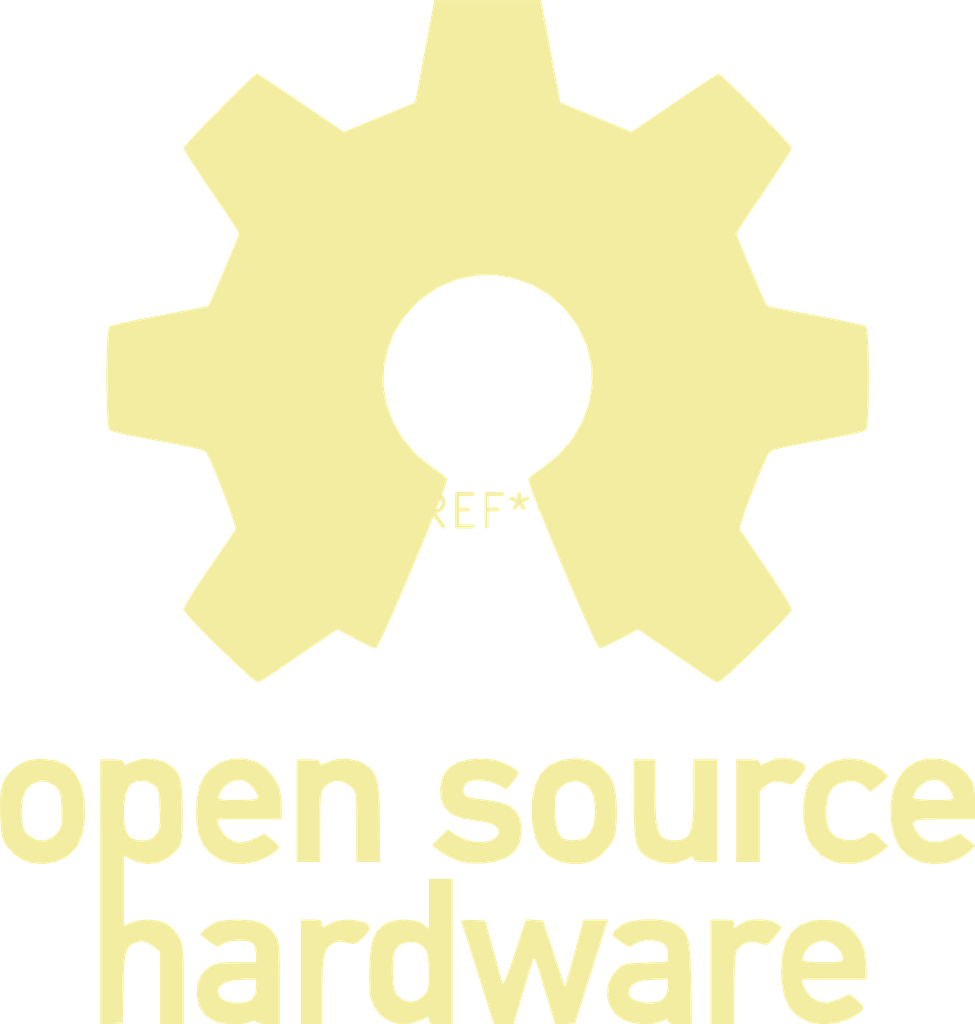
<source format=kicad_pcb>
(kicad_pcb (version 20240108) (generator pcbnew)
  (layers (0 "F.Cu" signal) (31 "B.Cu" signal) (34 "B.Paste" user) (35 "F.Paste" user) (36 "B.SilkS" user "B.Silkscreen") (37 "F.SilkS" user "F.Silkscreen") (38 "B.Mask" user) (39 "F.Mask" user) (44 "Edge.Cuts" user))
  (net 0 "")
  (footprint "OSHW-Logo_38.1x40mm_SilkScreen" (layer "F.Cu") (at 0 0)
    (property "Reference" "REF**")
    (property "Value" "OSHW-Logo_38.1x40mm_SilkScreen")
    (fp_poly (pts (xy 11.917738 9.656462) (xy 12.204184 9.743978) (xy 12.388612 9.85456) (xy 12.448689 9.942007) (xy 12.432152 10.045667) (xy 12.324854 10.208517) (xy 12.234127 10.323853) (xy 12.047093 10.532364) (xy 11.906574 10.62009) (xy 11.786787 10.614364) (xy 11.431441 10.523933) (xy 11.170468 10.52804) (xy 10.958547 10.630522) (xy 10.887401 10.690504) (xy 10.659673 10.901555) (xy 10.659673 13.657705) (xy 9.743607 13.657705) (xy 9.743607 9.660328) (xy 10.20164 9.660328) (xy 10.476637 9.671203) (xy 10.618516 9.709817) (xy 10.659655 9.785151) (xy 10.659673 9.787384) (xy 10.679101 9.866292) (xy 10.766957 9.856) (xy 10.888689 9.799072) (xy 11.140109 9.693138) (xy 11.344268 9.629405) (xy 11.606961 9.613066) (xy 11.917738 9.656462)) (layer "F.SilkS") (stroke (width 0.01)) (fill solid))
    (fp_poly (pts (xy 10.830214 15.904919) (xy 11.150364 15.968034) (xy 11.332625 16.061485) (xy 11.524358 16.21674) (xy 11.251575 16.561157) (xy 11.083389 16.769733) (xy 10.969185 16.871491) (xy 10.855688 16.887037) (xy 10.689622 16.836976) (xy 10.611667 16.808654) (xy 10.293852 16.766866) (xy 10.002799 16.85644) (xy 9.789121 17.058798) (xy 9.75441 17.123317) (xy 9.716607 17.29423) (xy 9.687432 17.609212) (xy 9.668253 18.045937) (xy 9.660438 18.582075) (xy 9.660328 18.658344) (xy 9.660328 19.986885) (xy 8.744263 19.986885) (xy 8.744263 15.906229) (xy 9.202296 15.906229) (xy 9.466399 15.913125) (xy 9.603984 15.943814) (xy 9.654861 16.013296) (xy 9.660328 16.078831) (xy 9.660328 16.251433) (xy 9.879756 16.078831) (xy 10.13136 15.961076) (xy 10.469362 15.902852) (xy 10.830214 15.904919)) (layer "F.SilkS") (stroke (width 0.01)) (fill solid))
    (fp_poly (pts (xy -6.57895 15.915079) (xy -6.454325 15.952436) (xy -6.414149 16.03451) (xy -6.412459 16.071563) (xy -6.405249 16.174766) (xy -6.355599 16.190968) (xy -6.221474 16.120215) (xy -6.141803 16.071874) (xy -5.890453 15.96835) (xy -5.590246 15.917162) (xy -5.275474 15.913226) (xy -4.980428 15.951458) (xy -4.739399 16.026773) (xy -4.58668 16.134087) (xy -4.556562 16.268315) (xy -4.571762 16.304665) (xy -4.682563 16.455554) (xy -4.854379 16.641136) (xy -4.885456 16.671135) (xy -5.049224 16.80908) (xy -5.190525 16.85365) (xy -5.388135 16.822544) (xy -5.467303 16.801875) (xy -5.713656 16.752231) (xy -5.886871 16.774555) (xy -6.033151 16.853292) (xy -6.167147 16.958958) (xy -6.265835 17.091847) (xy -6.334418 17.277303) (xy -6.378095 17.540667) (xy -6.402067 17.907282) (xy -6.411537 18.402491) (xy -6.412459 18.701487) (xy -6.412459 19.986885) (xy -7.245245 19.986885) (xy -7.245245 15.906229) (xy -6.828852 15.906229) (xy -6.57895 15.915079)) (layer "F.SilkS") (stroke (width 0.01)) (fill solid))
    (fp_poly (pts (xy 6.579017 10.956622) (xy 6.586888 11.567396) (xy 6.615646 12.031319) (xy 6.673009 12.367572) (xy 6.766696 12.595341) (xy 6.904423 12.73381) (xy 7.093909 12.80216) (xy 7.328525 12.819621) (xy 7.574247 12.800056) (xy 7.760889 12.728574) (xy 7.896168 12.58599) (xy 7.987803 12.353121) (xy 8.04351 12.010782) (xy 8.071009 11.539791) (xy 8.078033 10.956622) (xy 8.078033 9.660328) (xy 8.994099 9.660328) (xy 8.994099 13.657705) (xy 8.536066 13.657705) (xy 8.259942 13.646516) (xy 8.117757 13.607222) (xy 8.078033 13.532625) (xy 8.054109 13.466187) (xy 7.958894 13.480242) (xy 7.766971 13.574264) (xy 7.327097 13.719308) (xy 6.860548 13.709032) (xy 6.41351 13.551531) (xy 6.200627 13.427116) (xy 6.038245 13.292407) (xy 5.919616 13.123856) (xy 5.837992 12.897913) (xy 5.786624 12.591029) (xy 5.758762 12.179653) (xy 5.747659 11.640236) (xy 5.74623 11.223102) (xy 5.74623 9.660328) (xy 6.579017 9.660328) (xy 6.579017 10.956622)) (layer "F.SilkS") (stroke (width 0.01)) (fill solid))
    (fp_poly (pts (xy -4.993784 9.729125) (xy -4.78652 9.828124) (xy -4.585788 9.971122) (xy -4.432864 10.135705) (xy -4.321476 10.345622) (xy -4.245354 10.624625) (xy -4.198229 10.996466) (xy -4.17383 11.484895) (xy -4.165887 12.113665) (xy -4.165763 12.179508) (xy -4.163934 13.657705) (xy -5.08 13.657705) (xy -5.08 12.294962) (xy -5.080652 11.7901) (xy -5.085162 11.424186) (xy -5.097362 11.169613) (xy -5.121082 10.998771) (xy -5.160152 10.884052) (xy -5.218405 10.797848) (xy -5.299552 10.712667) (xy -5.583462 10.529648) (xy -5.893387 10.495686) (xy -6.188645 10.611402) (xy -6.291326 10.697526) (xy -6.366706 10.778498) (xy -6.420826 10.865214) (xy -6.457206 10.984925) (xy -6.479367 11.164882) (xy -6.490828 11.432336) (xy -6.495111 11.814539) (xy -6.495737 12.279821) (xy -6.495737 13.657705) (xy -7.411803 13.657705) (xy -7.411803 9.660328) (xy -6.95377 9.660328) (xy -6.678772 9.671203) (xy -6.536894 9.709817) (xy -6.495755 9.785151) (xy -6.495737 9.787384) (xy -6.47665 9.861162) (xy -6.392465 9.852789) (xy -6.225081 9.771722) (xy -5.845454 9.652447) (xy -5.411197 9.639182) (xy -4.993784 9.729125)) (layer "F.SilkS") (stroke (width 0.01)) (fill solid))
    (fp_poly (pts (xy 14.684577 9.695204) (xy 15.167087 9.90018) (xy 15.319062 9.999961) (xy 15.513296 10.153301) (xy 15.635225 10.273871) (xy 15.656394 10.313142) (xy 15.596616 10.400284) (xy 15.443638 10.548153) (xy 15.321165 10.651358) (xy 14.985935 10.920755) (xy 14.721228 10.698019) (xy 14.516672 10.554226) (xy 14.317221 10.504591) (xy 14.08895 10.516713) (xy 13.726468 10.606836) (xy 13.476951 10.793898) (xy 13.325316 11.096307) (xy 13.25648 11.532472) (xy 13.256463 11.532745) (xy 13.262416 12.020248) (xy 13.354934 12.377932) (xy 13.539485 12.621459) (xy 13.6653 12.703927) (xy 13.999435 12.806621) (xy 14.356325 12.806683) (xy 14.666831 12.707043) (xy 14.740328 12.65836) (xy 14.92466 12.534007) (xy 15.068775 12.513626) (xy 15.224205 12.606183) (xy 15.396036 12.772423) (xy 15.668023 13.053042) (xy 15.366047 13.301956) (xy 14.89948 13.582886) (xy 14.373346 13.721331) (xy 13.82352 13.711306) (xy 13.462433 13.619509) (xy 13.040389 13.392498) (xy 12.702853 13.03537) (xy 12.549506 12.783278) (xy 12.425308 12.421582) (xy 12.363163 11.96349) (xy 12.362684 11.467019) (xy 12.423486 10.990185) (xy 12.545184 10.591005) (xy 12.564352 10.550078) (xy 12.848205 10.148682) (xy 13.232519 9.856433) (xy 13.686929 9.679395) (xy 14.18107 9.62363) (xy 14.684577 9.695204)) (layer "F.SilkS") (stroke (width 0.01)) (fill solid))
    (fp_poly (pts (xy 4.045043 9.70961) (xy 4.466272 9.939009) (xy 4.795831 10.301147) (xy 4.951108 10.595675) (xy 5.017772 10.855814) (xy 5.060967 11.226665) (xy 5.079479 11.653878) (xy 5.07209 12.0831) (xy 5.037588 12.459981) (xy 4.997287 12.661273) (xy 4.861335 12.936645) (xy 4.625885 13.229132) (xy 4.342131 13.484903) (xy 4.061265 13.650125) (xy 4.054415 13.652746) (xy 3.705891 13.724943) (xy 3.292854 13.72673) (xy 2.900349 13.661002) (xy 2.748792 13.608322) (xy 2.358442 13.386967) (xy 2.078877 13.096955) (xy 1.895199 12.713005) (xy 1.792509 12.209839) (xy 1.769275 11.946283) (xy 1.772239 11.615106) (xy 2.664919 11.615106) (xy 2.694989 12.098353) (xy 2.781545 12.466606) (xy 2.919103 12.701897) (xy 3.017101 12.76918) (xy 3.268186 12.8161) (xy 3.566637 12.802208) (xy 3.824667 12.73469) (xy 3.892332 12.697544) (xy 4.070857 12.481198) (xy 4.18869 12.150101) (xy 4.238848 11.747162) (xy 4.214348 11.315292) (xy 4.159593 11.055379) (xy 4.002383 10.754381) (xy 3.754209 10.566227) (xy 3.455323 10.501173) (xy 3.145974 10.569476) (xy 2.908349 10.736545) (xy 2.78347 10.874386) (xy 2.710586 11.010252) (xy 2.675846 11.194128) (xy 2.665399 11.475998) (xy 2.664919 11.615106) (xy 1.772239 11.615106) (xy 1.77557 11.242989) (xy 1.890112 10.666268) (xy 2.112914 10.216098) (xy 2.443987 9.89246) (xy 2.883341 9.695331) (xy 2.977684 9.672472) (xy 3.544672 9.618811) (xy 4.045043 9.70961)) (layer "F.SilkS") (stroke (width 0.01)) (fill solid))
    (fp_poly (pts (xy 1.864521 15.923144) (xy 2.193885 15.947869) (xy 2.624497 17.238688) (xy 3.05511 18.529508) (xy 3.190129 18.071475) (xy 3.271382 17.788407) (xy 3.378267 17.405872) (xy 3.493684 16.985385) (xy 3.554711 16.759836) (xy 3.784273 15.906229) (xy 4.731374 15.906229) (xy 4.448278 16.801475) (xy 4.308866 17.241806) (xy 4.140446 17.772942) (xy 3.964562 18.326983) (xy 3.807544 18.820983) (xy 3.449905 19.945246) (xy 2.677623 19.995492) (xy 2.468236 19.304139) (xy 2.339106 18.874669) (xy 2.198185 18.401207) (xy 2.075022 17.983051) (xy 2.070162 17.96641) (xy 1.978171 17.683073) (xy 1.897007 17.489747) (xy 1.84016 17.416642) (xy 1.828478 17.425098) (xy 1.787476 17.538434) (xy 1.709571 17.781209) (xy 1.604245 18.122895) (xy 1.480982 18.532964) (xy 1.414287 18.758524) (xy 1.053093 19.986885) (xy 0.286534 19.986885) (xy -0.326266 18.050655) (xy -0.498418 17.507518) (xy -0.655239 17.014275) (xy -0.789322 16.594096) (xy -0.893261 16.270152) (xy -0.959651 16.065616) (xy -0.979831 16.005855) (xy -0.963856 15.944667) (xy -0.838415 15.917869) (xy -0.577369 15.920549) (xy -0.536506 15.922576) (xy -0.052416 15.947869) (xy 0.264634 17.11377) (xy 0.38117 17.538972) (xy 0.485311 17.912754) (xy 0.567889 18.202661) (xy 0.619733 18.376239) (xy 0.629312 18.404538) (xy 0.669009 18.371996) (xy 0.749061 18.203393) (xy 0.860276 17.921683) (xy 0.993462 17.549821) (xy 1.106049 17.213911) (xy 1.535156 15.898418) (xy 1.864521 15.923144)) (layer "F.SilkS") (stroke (width 0.01)) (fill solid))
    (fp_poly (pts (xy -16.810779 9.703603) (xy -16.375105 9.896215) (xy -16.044367 10.217838) (xy -15.818085 10.668963) (xy -15.695776 11.250083) (xy -15.687009 11.340815) (xy -15.680139 11.980512) (xy -15.769203 12.541228) (xy -15.948781 12.995693) (xy -16.044942 13.141882) (xy -16.37989 13.451285) (xy -16.806463 13.651675) (xy -17.283692 13.734835) (xy -17.770605 13.692544) (xy -18.14074 13.56229) (xy -18.459041 13.342786) (xy -18.719191 13.054992) (xy -18.723691 13.048259) (xy -18.82934 12.870628) (xy -18.897998 12.69201) (xy -18.939575 12.466588) (xy -18.963982 12.148545) (xy -18.974734 11.887736) (xy -18.97921 11.651222) (xy -18.146588 11.651222) (xy -18.13845 11.88667) (xy -18.10891 12.200097) (xy -18.056795 12.401241) (xy -17.962813 12.544346) (xy -17.874793 12.627941) (xy -17.562753 12.802967) (xy -17.236261 12.826358) (xy -16.932192 12.700424) (xy -16.78016 12.559306) (xy -16.670605 12.417099) (xy -16.606525 12.281024) (xy -16.5784 12.103933) (xy -16.576715 11.838677) (xy -16.585382 11.594389) (xy -16.604022 11.245419) (xy -16.633575 11.019076) (xy -16.68684 10.871441) (xy -16.776618 10.758595) (xy -16.84776 10.694099) (xy -17.145341 10.524679) (xy -17.466374 10.516234) (xy -17.735559 10.616584) (xy -17.965199 10.826149) (xy -18.102008 11.170396) (xy -18.146588 11.651222) (xy -18.97921 11.651222) (xy -18.984551 11.369095) (xy -18.967785 10.98122) (xy -18.917543 10.68949) (xy -18.826936 10.459281) (xy -18.689072 10.255972) (xy -18.637956 10.195604) (xy -18.31835 9.894823) (xy -17.975537 9.719132) (xy -17.556302 9.645524) (xy -17.351871 9.639508) (xy -16.810779 9.703603)) (layer "F.SilkS") (stroke (width 0.01)) (fill solid))
    (fp_poly (pts (xy -1.332459 19.986885) (xy -1.790491 19.986885) (xy -2.056349 19.979091) (xy -2.19481 19.946813) (xy -2.244663 19.876707) (xy -2.248524 19.829305) (xy -2.256931 19.734246) (xy -2.309948 19.716016) (xy -2.449266 19.774615) (xy -2.557608 19.829305) (xy -2.973554 19.958902) (xy -3.425706 19.966401) (xy -3.793309 19.869746) (xy -4.135625 19.636235) (xy -4.396567 19.291562) (xy -4.539454 18.885012) (xy -4.543092 18.862282) (xy -4.564322 18.614272) (xy -4.574879 18.258234) (xy -4.57403 17.988959) (xy -3.664344 17.988959) (xy -3.643269 18.346856) (xy -3.595331 18.641847) (xy -3.530433 18.808433) (xy -3.284912 19.036081) (xy -2.993401 19.11769) (xy -2.692785 19.051696) (xy -2.435901 18.854843) (xy -2.338615 18.722448) (xy -2.281731 18.564462) (xy -2.255087 18.333852) (xy -2.248524 17.987471) (xy -2.26027 17.644457) (xy -2.291294 17.34308) (xy -2.335276 17.141395) (xy -2.342606 17.123317) (xy -2.519975 16.90839) (xy -2.778855 16.79039) (xy -3.068514 16.771337) (xy -3.338217 16.853251) (xy -3.537234 17.038152) (xy -3.557879 17.074945) (xy -3.622499 17.299291) (xy -3.657704 17.621867) (xy -3.664344 17.988959) (xy -4.57403 17.988959) (xy -4.573599 17.852424) (xy -4.567611 17.63402) (xy -4.526883 17.093711) (xy -4.442233 16.688047) (xy -4.301412 16.388153) (xy -4.092175 16.165157) (xy -3.889042 16.034254) (xy -3.605232 15.942233) (xy -3.252241 15.910672) (xy -2.890785 15.936379) (xy -2.581574 16.016161) (xy -2.418202 16.111602) (xy -2.248524 16.265158) (xy -2.248524 14.323934) (xy -1.332459 14.323934) (xy -1.332459 19.986885)) (layer "F.SilkS") (stroke (width 0.01)) (fill solid))
    (fp_poly (pts (xy 17.735584 9.646038) (xy 17.948829 9.697843) (xy 18.357661 9.887543) (xy 18.707251 10.177266) (xy 18.949194 10.524639) (xy 18.982434 10.602634) (xy 19.028032 10.80693) (xy 19.05995 11.109146) (xy 19.07082 11.414601) (xy 19.07082 11.992131) (xy 17.863279 11.992131) (xy 17.365238 11.994014) (xy 17.014379 12.005445) (xy 16.791331 12.035099) (xy 16.676721 12.091653) (xy 16.651177 12.183779) (xy 16.695325 12.320154) (xy 16.774411 12.479726) (xy 16.995018 12.746034) (xy 17.301584 12.878709) (xy 17.676283 12.874388) (xy 18.100726 12.729981) (xy 18.467547 12.551766) (xy 18.771925 12.79244) (xy 19.076302 13.033115) (xy 18.789949 13.297685) (xy 18.407657 13.547663) (xy 17.937507 13.698378) (xy 17.431797 13.740555) (xy 16.942826 13.66492) (xy 16.863935 13.639256) (xy 16.43418 13.414827) (xy 16.114501 13.080236) (xy 15.898161 12.625495) (xy 15.778421 12.040615) (xy 15.777026 12.02808) (xy 15.766305 11.390664) (xy 15.809646 11.163263) (xy 16.655738 11.163263) (xy 16.733444 11.198231) (xy 16.944411 11.225016) (xy 17.255414 11.240309) (xy 17.452498 11.242623) (xy 17.820027 11.241175) (xy 18.049829 11.231966) (xy 18.170732 11.207695) (xy 18.211567 11.16106) (xy 18.201162 11.084763) (xy 18.192434 11.055246) (xy 18.043449 10.777888) (xy 17.809132 10.554358) (xy 17.602347 10.456132) (xy 17.327632 10.462063) (xy 17.049259 10.584556) (xy 16.815749 10.787365) (xy 16.675621 11.034244) (xy 16.655738 11.163263) (xy 15.809646 11.163263) (xy 15.873158 10.83004) (xy 16.085145 10.359559) (xy 16.389822 9.992568) (xy 16.774749 9.742418) (xy 17.227484 9.622458) (xy 17.735584 9.646038)) (layer "F.SilkS") (stroke (width 0.01)) (fill solid))
    (fp_poly (pts (xy 0.092836 9.646006) (xy 0.4082 9.705814) (xy 0.735371 9.830904) (xy 0.770328 9.846852) (xy 1.018435 9.977312) (xy 1.190259 10.098547) (xy 1.245796 10.176212) (xy 1.192907 10.302873) (xy 1.06444 10.489761) (xy 1.007417 10.559524) (xy 0.772422 10.834131) (xy 0.469465 10.655382) (xy 0.18114 10.536303) (xy -0.151999 10.472652) (xy -0.471476 10.468632) (xy -0.718811 10.528441) (xy -0.778167 10.565771) (xy -0.891204 10.736932) (xy -0.904941 10.934097) (xy -0.820359 11.088124) (xy -0.770327 11.117996) (xy -0.620407 11.155093) (xy -0.356878 11.198695) (xy -0.032017 11.240359) (xy 0.027913 11.246893) (xy 0.54968 11.33715) (xy 0.92811 11.49046) (xy 1.179086 11.720981) (xy 1.318487 12.042869) (xy 1.361912 12.43603) (xy 1.301922 12.882946) (xy 1.107118 13.233897) (xy 0.776723 13.489515) (xy 0.309955 13.650435) (xy -0.208196 13.713924) (xy -0.630734 13.71316) (xy -0.973469 13.655497) (xy -1.20754 13.575888) (xy -1.5033 13.437173) (xy -1.776625 13.276194) (xy -1.87377 13.205339) (xy -2.123606 13.001409) (xy -1.822293 12.696517) (xy -1.520981 12.391626) (xy -1.178408 12.61833) (xy -0.834811 12.788599) (xy -0.467904 12.877659) (xy -0.115205 12.887056) (xy 0.185763 12.81834) (xy 0.397481 12.673058) (xy 0.465843 12.550475) (xy 0.455588 12.353881) (xy 0.285715 12.203545) (xy -0.043313 12.099731) (xy -0.403798 12.05175) (xy -0.958582 11.960207) (xy -1.37073 11.787496) (xy -1.645756 11.52856) (xy -1.789174 11.178344) (xy -1.809042 10.76313) (xy -1.710904 10.329428) (xy -1.48716 10.001609) (xy -1.135806 9.778175) (xy -0.654837 9.657628) (xy -0.298513 9.633997) (xy 0.092836 9.646006)) (layer "F.SilkS") (stroke (width 0.01)) (fill solid))
    (fp_poly (pts (xy 13.461685 15.927997) (xy 13.859752 16.031492) (xy 14.193123 16.245087) (xy 14.354539 16.404652) (xy 14.619137 16.781861) (xy 14.77078 17.21944) (xy 14.822876 17.757336) (xy 14.823143 17.800819) (xy 14.823607 18.238033) (xy 12.30719 18.238033) (xy 12.36083 18.467049) (xy 12.457683 18.674463) (xy 12.627193 18.89058) (xy 12.662647 18.925082) (xy 12.96736 19.111808) (xy 13.314849 19.143475) (xy 13.714823 19.020625) (xy 13.782623 18.987541) (xy 13.990576 18.886967) (xy 14.129863 18.829667) (xy 14.154166 18.824368) (xy 14.239002 18.875826) (xy 14.400798 19.001721) (xy 14.48293 19.070517) (xy 14.65312 19.228552) (xy 14.709007 19.332901) (xy 14.67022 19.428892) (xy 14.649487 19.455139) (xy 14.509062 19.570015) (xy 14.277348 19.709626) (xy 14.115738 19.791127) (xy 13.657003 19.934723) (xy 13.149129 19.981249) (xy 12.668148 19.926117) (xy 12.533443 19.886642) (xy 12.116525 19.663223) (xy 11.807493 19.319442) (xy 11.604557 18.851958) (xy 11.505931 18.257431) (xy 11.495102 17.946557) (xy 11.52672 17.493946) (xy 12.325246 17.493946) (xy 12.402481 17.527404) (xy 12.610085 17.553658) (xy 12.911912 17.56915) (xy 13.116394 17.571803) (xy 13.484202 17.569246) (xy 13.716349 17.557276) (xy 13.843704 17.529447) (xy 13.897135 17.47931) (xy 13.907541 17.406559) (xy 13.836146 17.182458) (xy 13.656393 16.960975) (xy 13.419933 16.790977) (xy 13.183381 16.721436) (xy 12.862089 16.783125) (xy 12.583956 16.961464) (xy 12.391115 17.218525) (xy 12.325246 17.493946) (xy 11.52672 17.493946) (xy 11.541145 17.287465) (xy 11.683249 16.762349) (xy 11.924421 16.36705) (xy 12.267668 16.097404) (xy 12.715997 15.949251) (xy 12.958876 15.920719) (xy 13.461685 15.927997)) (layer "F.SilkS") (stroke (width 0.01)) (fill solid))
    (fp_poly (pts (xy -8.98535 9.753051) (xy -8.902362 9.792122) (xy -8.615131 10.002525) (xy -8.343527 10.309586) (xy -8.140723 10.64769) (xy -8.08304 10.803133) (xy -8.030411 11.080796) (xy -7.99903 11.416353) (xy -7.995218 11.554918) (xy -7.994754 11.992131) (xy -10.51117 11.992131) (xy -10.457531 12.221147) (xy -10.325867 12.492007) (xy -10.095678 12.726092) (xy -9.821826 12.876884) (xy -9.647315 12.908196) (xy -9.410656 12.870197) (xy -9.128297 12.774891) (xy -9.032377 12.731042) (xy -8.677658 12.553887) (xy -8.374939 12.784782) (xy -8.200261 12.940947) (xy -8.107316 13.069843) (xy -8.102609 13.107674) (xy -8.185643 13.199362) (xy -8.36762 13.338698) (xy -8.532789 13.4474) (xy -8.978498 13.64281) (xy -9.478174 13.731255) (xy -9.97342 13.70826) (xy -10.368196 13.588058) (xy -10.775151 13.330568) (xy -11.064357 12.991548) (xy -11.245278 12.552923) (xy -11.327378 11.996618) (xy -11.334658 11.742067) (xy -11.305522 11.15875) (xy -11.301943 11.141782) (xy -10.468118 11.141782) (xy -10.445153 11.196483) (xy -10.350768 11.226647) (xy -10.156097 11.239576) (xy -9.832271 11.24257) (xy -9.707579 11.242623) (xy -9.328206 11.238103) (xy -9.087622 11.221688) (xy -8.958231 11.189099) (xy -8.912439 11.136054) (xy -8.910819 11.119019) (xy -8.96308 10.983649) (xy -9.093874 10.79401) (xy -9.150104 10.727609) (xy -9.358851 10.539812) (xy -9.57645 10.465975) (xy -9.693686 10.459803) (xy -10.010852 10.536986) (xy -10.276826 10.744309) (xy -10.445543 11.045434) (xy -10.448533 11.055246) (xy -10.468118 11.141782) (xy -11.301943 11.141782) (xy -11.208632 10.699443) (xy -11.034089 10.331966) (xy -10.820622 10.071114) (xy -10.42596 9.788261) (xy -9.962029 9.637112) (xy -9.468576 9.623448) (xy -8.98535 9.753051)) (layer "F.SilkS") (stroke (width 0.01)) (fill solid))
    (fp_poly (pts (xy 6.877341 15.930959) (xy 7.228359 16.016217) (xy 7.329824 16.061385) (xy 7.526508 16.179693) (xy 7.677454 16.312943) (xy 7.789142 16.48427) (xy 7.868052 16.716809) (xy 7.920664 17.033696) (xy 7.953459 17.458068) (xy 7.972915 18.013058) (xy 7.980303 18.38377) (xy 8.00749 19.986885) (xy 7.543089 19.986885) (xy 7.261354 19.975071) (xy 7.116204 19.934699) (xy 7.078689 19.866906) (xy 7.058882 19.793597) (xy 6.970333 19.807613) (xy 6.849673 19.866393) (xy 6.547606 19.956491) (xy 6.159387 19.980769) (xy 5.751062 19.941057) (xy 5.38868 19.839183) (xy 5.356179 19.825043) (xy 5.024982 19.592376) (xy 4.806648 19.268934) (xy 4.706183 18.89086) (xy 4.713858 18.755029) (xy 5.533527 18.755029) (xy 5.60575 18.937827) (xy 5.819885 19.068821) (xy 6.165368 19.139126) (xy 6.35 19.148462) (xy 6.6577 19.124563) (xy 6.86223 19.031687) (xy 6.912132 18.987541) (xy 7.047322 18.747361) (xy 7.078689 18.529508) (xy 7.078689 18.238033) (xy 6.672705 18.238033) (xy 6.200774 18.262086) (xy 5.869762 18.337742) (xy 5.660611 18.470241) (xy 5.613783 18.529311) (xy 5.533527 18.755029) (xy 4.713858 18.755029) (xy 4.728591 18.494296) (xy 4.87888 18.115384) (xy 5.083936 17.859312) (xy 5.20813 17.748603) (xy 5.32971 17.675848) (xy 5.487904 17.631488) (xy 5.721943 17.605963) (xy 6.071055 17.589714) (xy 6.209526 17.585042) (xy 7.078689 17.556642) (xy 7.077414 17.293567) (xy 7.043752 17.017038) (xy 6.922053 16.849833) (xy 6.67619 16.743013) (xy 6.669595 16.74111) (xy 6.321008 16.699109) (xy 5.979904 16.75397) (xy 5.7264 16.887377) (xy 5.624684 16.95325) (xy 5.515131 16.944136) (xy 5.346545 16.848697) (xy 5.247547 16.781341) (xy 5.053911 16.637432) (xy 4.933965 16.529558) (xy 4.914718 16.498674) (xy 4.993971 16.338847) (xy 5.228129 16.147978) (xy 5.329837 16.083578) (xy 5.622226 15.972663) (xy 6.016274 15.909826) (xy 6.453979 15.89571) (xy 6.877341 15.930959)) (layer "F.SilkS") (stroke (width 0.01)) (fill solid))
    (fp_poly (pts (xy -9.167558 15.938494) (xy -8.775778 16.043027) (xy -8.477533 16.232505) (xy -8.267069 16.480676) (xy -8.201641 16.586591) (xy -8.153337 16.697535) (xy -8.119568 16.839459) (xy -8.097745 17.038308) (xy -8.085279 17.320032) (xy -8.079581 17.710578) (xy -8.078063 18.235895) (xy -8.078032 18.375266) (xy -8.078032 19.986885) (xy -8.47777 19.986885) (xy -8.732739 19.969029) (xy -8.921267 19.923791) (xy -8.968501 19.895891) (xy -9.09763 19.84774) (xy -9.229518 19.895891) (xy -9.446664 19.956006) (xy -9.762083 19.9802) (xy -10.111687 19.969702) (xy -10.431386 19.925737) (xy -10.618032 19.869325) (xy -10.979217 19.637462) (xy -11.20494 19.315694) (xy -11.306417 18.887872) (xy -11.30736 18.876885) (xy -11.298454 18.687094) (xy -10.493114 18.687094) (xy -10.422708 18.902968) (xy -10.308027 19.024458) (xy -10.077826 19.116344) (xy -9.773972 19.153023) (xy -9.464121 19.13497) (xy -9.215928 19.062664) (xy -9.146393 19.016273) (xy -9.024887 18.801919) (xy -8.994098 18.55824) (xy -8.994098 18.238033) (xy -9.454805 18.238033) (xy -9.892482 18.271726) (xy -10.224273 18.367185) (xy -10.430675 18.515972) (xy -10.493114 18.687094) (xy -11.298454 18.687094) (xy -11.285425 18.409462) (xy -11.131261 18.039892) (xy -10.841427 17.760412) (xy -10.801366 17.734989) (xy -10.629219 17.652209) (xy -10.416145 17.602081) (xy -10.118282 17.577716) (xy -9.764426 17.572114) (xy -8.994098 17.571803) (xy -8.994098 17.248885) (xy -9.026774 16.998336) (xy -9.110156 16.830482) (xy -9.119918 16.821546) (xy -9.305471 16.748117) (xy -9.585568 16.719655) (xy -9.89511 16.733642) (xy -10.168998 16.787559) (xy -10.331518 16.868424) (xy -10.41958 16.933201) (xy -10.512569 16.945568) (xy -10.640901 16.892496) (xy -10.83499 16.760958) (xy -11.125252 16.537926) (xy -11.151893 16.517032) (xy -11.138242 16.439723) (xy -11.024355 16.311144) (xy -10.851259 16.168261) (xy -10.659983 16.048042) (xy -10.599887 16.019653) (xy -10.380681 15.963006) (xy -10.05947 15.922599) (xy -9.700604 15.906391) (xy -9.683822 15.906359) (xy -9.167558 15.938494)) (layer "F.SilkS") (stroke (width 0.01)) (fill solid))
    (fp_poly (pts (xy -12.641615 9.730332) (xy -12.466029 9.81708) (xy -12.249502 9.968243) (xy -12.091689 10.133084) (xy -11.98361 10.340074) (xy -11.916282 10.617685) (xy -11.880726 10.994388) (xy -11.867959 11.498656) (xy -11.867213 11.715447) (xy -11.869392 12.190574) (xy -11.878443 12.530136) (xy -11.898135 12.7651) (xy -11.932236 12.92643) (xy -11.984517 13.04509) (xy -12.038916 13.126039) (xy -12.38616 13.47045) (xy -12.795076 13.677612) (xy -13.236207 13.73992) (xy -13.680092 13.64977) (xy -13.820719 13.586018) (xy -14.157377 13.410542) (xy -14.157377 16.160343) (xy -13.911676 16.033286) (xy -13.587934 15.934981) (xy -13.19001 15.909799) (xy -12.792655 15.956294) (xy -12.492579 16.060739) (xy -12.243681 16.259651) (xy -12.031016 16.544286) (xy -12.015026 16.57351) (xy -11.947585 16.711163) (xy -11.898331 16.849912) (xy -11.864427 17.017991) (xy -11.843037 17.243631) (xy -11.831324 17.555066) (xy -11.826453 17.98053) (xy -11.825573 18.459328) (xy -11.825573 19.986885) (xy -12.741639 19.986885) (xy -12.741639 17.170215) (xy -12.997865 16.954616) (xy -13.264035 16.782158) (xy -13.516096 16.750801) (xy -13.769555 16.831494) (xy -13.904633 16.910508) (xy -14.005171 17.023054) (xy -14.076675 17.193144) (xy -14.124656 17.444788) (xy -14.154621 17.801996) (xy -14.17208 18.288781) (xy -14.178228 18.612787) (xy -14.199016 19.945246) (xy -14.636229 19.970417) (xy -15.073442 19.995589) (xy -15.073442 11.726928) (xy -14.157377 11.726928) (xy -14.134022 12.187906) (xy -14.055323 12.5079) (xy -13.908332 12.706994) (xy -13.680097 12.805278) (xy -13.449508 12.824918) (xy -13.188476 12.80235) (xy -13.015234 12.713527) (xy -12.906902 12.596161) (xy -12.821619 12.469924) (xy -12.770851 12.32929) (xy -12.748262 12.132245) (xy -12.747519 11.836774) (xy -12.75512 11.589366) (xy -12.772575 11.216656) (xy -12.79856 10.971964) (xy -12.842317 10.816754) (xy -12.913091 10.712489) (xy -12.979881 10.652221) (xy -13.258949 10.520797) (xy -13.589238 10.499574) (xy -13.778891 10.544846) (xy -13.966668 10.705762) (xy -14.091052 11.018784) (xy -14.151337 11.481703) (xy -14.157377 11.726928) (xy -15.073442 11.726928) (xy -15.073442 9.660328) (xy -14.615409 9.660328) (xy -14.340412 9.671203) (xy -14.198533 9.709817) (xy -14.157394 9.785151) (xy -14.157377 9.787384) (xy -14.138289 9.861161) (xy -14.054102 9.852786) (xy -13.886721 9.771718) (xy -13.496708 9.647699) (xy -13.057908 9.634663) (xy -12.641615 9.730332)) (layer "F.SilkS") (stroke (width 0.01)) (fill solid))
    (fp_poly (pts (xy 2.49661 -17.948081) (xy 2.873115 -15.950917) (xy 5.651617 -14.805527) (xy 7.318256 -15.938829) (xy 7.785002 -16.254378) (xy 8.206915 -16.536122) (xy 8.564307 -16.771198) (xy 8.837489 -16.946742) (xy 9.006773 -17.04989) (xy 9.052875 -17.072131) (xy 9.135926 -17.01493) (xy 9.313397 -16.856792) (xy 9.565395 -16.617919) (xy 9.872028 -16.318512) (xy 10.213404 -15.978771) (xy 10.569629 -15.618898) (xy 10.920812 -15.259093) (xy 11.247061 -14.919557) (xy 11.528482 -14.620492) (xy 11.745185 -14.382097) (xy 11.877275 -14.224575) (xy 11.908853 -14.171857) (xy 11.863407 -14.074669) (xy 11.735999 -13.861748) (xy 11.540026 -13.553922) (xy 11.288883 -13.172018) (xy 10.995965 -12.736862) (xy 10.82623 -12.488659) (xy 10.516853 -12.035442) (xy 10.241941 -11.62646) (xy 10.014829 -11.28207) (xy 9.848856 -11.02263) (xy 9.757356 -10.868498) (xy 9.743607 -10.836107) (xy 9.774776 -10.74405) (xy 9.859737 -10.529501) (xy 9.985671 -10.222626) (xy 10.139759 -9.853589) (xy 10.30918 -9.452558) (xy 10.481116 -9.049696) (xy 10.642747 -8.67517) (xy 10.781254 -8.359145) (xy 10.883817 -8.131786) (xy 10.937618 -8.02326) (xy 10.940793 -8.018989) (xy 11.025271 -7.998267) (xy 11.250253 -7.952037) (xy 11.592418 -7.884843) (xy 12.028447 -7.801231) (xy 12.535019 -7.705746) (xy 12.830577 -7.650682) (xy 13.371876 -7.54762) (xy 13.860795 -7.44955) (xy 14.2726 -7.361839) (xy 14.582555 -7.289853) (xy 14.765925 -7.238958) (xy 14.802787 -7.22281) (xy 14.83889 -7.113516) (xy 14.86802 -6.866676) (xy 14.890196 -6.511155) (xy 14.905439 -6.075818) (xy 14.913769 -5.58953) (xy 14.915204 -5.081155) (xy 14.909764 -4.57956) (xy 14.89747 -4.113608) (xy 14.878342 -3.712164) (xy 14.852398 -3.404093) (xy 14.819658 -3.218261) (xy 14.800022 -3.179574) (xy 14.682647 -3.133205) (xy 14.433933 -3.066913) (xy 14.08678 -2.988485) (xy 13.674085 -2.90571) (xy 13.530022 -2.878932) (xy 12.835438 -2.751706) (xy 12.286767 -2.649245) (xy 11.865879 -2.567478) (xy 11.554645 -2.502333) (xy 11.334935 -2.449737) (xy 11.188622 -2.405617) (xy 11.097575 -2.365902) (xy 11.043666 -2.326519) (xy 11.036123 -2.318736) (xy 10.960831 -2.193352) (xy 10.845972 -1.949339) (xy 10.703016 -1.616576) (xy 10.543431 -1.224943) (xy 10.378686 -0.80432) (xy 10.22025 -0.384585) (xy 10.079592 0.004381) (xy 9.968179 0.332699) (xy 9.897482 0.570489) (xy 9.878969 0.687872) (xy 9.880512 0.691983) (xy 9.943241 0.787928) (xy 10.085549 0.999031) (xy 10.29248 1.303319) (xy 10.549081 1.67882) (xy 10.840398 2.103559) (xy 10.923361 2.22426) (xy 11.219174 2.661858) (xy 11.479478 3.061123) (xy 11.69009 3.39913) (xy 11.836833 3.65295) (xy 11.905526 3.799657) (xy 11.908853 3.817681) (xy 11.851138 3.912414) (xy 11.691662 4.100084) (xy 11.450924 4.360522) (xy 11.149427 4.673557) (xy 10.807672 5.01902) (xy 10.446158 5.376741) (xy 10.085389 5.726551) (xy 9.745864 6.048279) (xy 9.448084 6.321756) (xy 9.212552 6.526813) (xy 9.059767 6.64328) (xy 9.017501 6.662295) (xy 8.91912 6.617507) (xy 8.717695 6.496712) (xy 8.446035 6.320257) (xy 8.237021 6.17823) (xy 7.858298 5.917622) (xy 7.409798 5.610767) (xy 6.959929 5.304402) (xy 6.718065 5.140436) (xy 5.899408 4.586706) (xy 5.212204 4.958271) (xy 4.899131 5.121046) (xy 4.632909 5.247567) (xy 4.452778 5.319729) (xy 4.406926 5.32977) (xy 4.35179 5.255634) (xy 4.243017 5.046138) (xy 4.088726 4.720605) (xy 3.897036 4.298361) (xy 3.676068 3.798729) (xy 3.433942 3.241033) (xy 3.178778 2.644598) (xy 2.918695 2.028748) (xy 2.661813 1.412807) (xy 2.416253 0.816099) (xy 2.190134 0.257949) (xy 1.991576 -0.242319) (xy 1.828699 -0.665381) (xy 1.709623 -0.991914) (xy 1.642468 -1.202591) (xy 1.631668 -1.274947) (xy 1.717268 -1.367239) (xy 1.904688 -1.517057) (xy 2.154747 -1.693272) (xy 2.175735 -1.707213) (xy 2.82204 -2.224558) (xy 3.343174 -2.828124) (xy 3.734621 -3.49861) (xy 3.991865 -4.216717) (xy 4.11039 -4.963148) (xy 4.085678 -5.718601) (xy 3.913214 -6.463779) (xy 3.588482 -7.179381) (xy 3.492944 -7.335946) (xy 2.996019 -7.968163) (xy 2.408963 -8.475843) (xy 1.752094 -8.856346) (xy 1.04573 -9.10703) (xy 0.310191 -9.225257) (xy -0.434206 -9.208386) (xy -1.167141 -9.053776) (xy -1.868297 -8.758788) (xy -2.517354 -8.320781) (xy -2.718127 -8.143004) (xy -3.229101 -7.586513) (xy -3.601444 -7.000688) (xy -3.856859 -6.344029) (xy -3.999111 -5.693734) (xy -4.034227 -4.962596) (xy -3.917131 -4.227829) (xy -3.659715 -3.514268) (xy -3.273875 -2.846748) (xy -2.771503 -2.250107) (xy -2.164496 -1.749178) (xy -2.08472 -1.696375) (xy -1.831981 -1.523456) (xy -1.639853 -1.373632) (xy -1.547999 -1.277971) (xy -1.546663 -1.274947) (xy -1.566383 -1.171466) (xy -1.644555 -0.936608) (xy -1.773055 -0.589693) (xy -1.943759 -0.150042) (xy -2.148546 0.363026) (xy -2.379292 0.930192) (xy -2.627874 1.532134) (xy -2.886168 2.149534) (xy -3.146052 2.763072) (xy -3.399403 3.353427) (xy -3.638097 3.90128) (xy -3.854011 4.387312) (xy -4.039023 4.792201) (xy -4.185008 5.096629) (xy -4.283845 5.281276) (xy -4.323646 5.32977) (xy -4.445268 5.292008) (xy -4.672836 5.190728) (xy -4.967109 5.044033) (xy -5.128924 4.958271) (xy -5.816129 4.586706) (xy -6.634785 5.140436) (xy -7.052691 5.424108) (xy -7.510226 5.736281) (xy -7.938981 6.030217) (xy -8.153742 6.17823) (xy -8.455795 6.381062) (xy -8.711563 6.541796) (xy -8.887684 6.640081) (xy -8.944889 6.660858) (xy -9.028151 6.60481) (xy -9.212421 6.448343) (xy -9.479836 6.207703) (xy -9.81253 5.899135) (xy -10.19264 5.538885) (xy -10.433041 5.307579) (xy -10.85363 4.894333) (xy -11.217111 4.524716) (xy -11.508793 4.214539) (xy -11.713981 3.979613) (xy -11.817982 3.83575) (xy -11.827959 3.806555) (xy -11.781658 3.695505) (xy -11.653708 3.470967) (xy -11.458305 3.155674) (xy -11.20964 2.772358) (xy -10.921907 2.343752) (xy -10.840081 2.22426) (xy -10.541934 1.789963) (xy -10.274449 1.39895) (xy -10.052582 1.073197) (xy -9.891287 0.834674) (xy -9.805518 0.705356) (xy -9.797233 0.691983) (xy -9.809624 0.588924) (xy -9.875399 0.362331) (xy -9.983089 0.042084) (xy -10.121225 -0.341937) (xy -10.278338 -0.759852) (xy -10.44296 -1.181782) (xy -10.603622 -1.577848) (xy -10.748855 -1.918169) (xy -10.86719 -2.172866) (xy -10.947159 -2.312059) (xy -10.952843 -2.318736) (xy -11.001745 -2.358516) (xy -11.084338 -2.397854) (xy -11.218753 -2.440823) (xy -11.423117 -2.491495) (xy -11.715561 -2.553942) (xy -12.114214 -2.632237) (xy -12.637205 -2.730451) (xy -13.302662 -2.852657) (xy -13.446743 -2.878932) (xy -13.873769 -2.961437) (xy -14.246043 -3.042149) (xy -14.530667 -3.113279) (xy -14.694742 -3.167041) (xy -14.716743 -3.179574) (xy -14.752996 -3.290693) (xy -14.782465 -3.539011) (xy -14.805128 -3.895663) (xy -14.820967 -4.331783) (xy -14.829962 -4.818508) (xy -14.832092 -5.326972) (xy -14.827339 -5.828311) (xy -14.815682 -6.293659) (xy -14.797101 -6.694152) (xy -14.771578 -7.000925) (xy -14.739092 -7.185113) (xy -14.719508 -7.22281) (xy -14.610478 -7.260837) (xy -14.362207 -7.322701) (xy -13.999429 -7.403036) (xy -13.546879 -7.496476) (xy -13.029293 -7.597654) (xy -12.747297 -7.650682) (xy -12.212254 -7.750701) (xy -11.735124 -7.841308) (xy -11.339228 -7.917958) (xy -11.047886 -7.976106) (xy -10.884418 -8.011207) (xy -10.857514 -8.018989) (xy -10.812042 -8.106724) (xy -10.71592 -8.318049) (xy -10.581962 -8.622774) (xy -10.422979 -8.990708) (xy -10.251784 -9.39166) (xy -10.08119 -9.795439) (xy -9.924009 -10.171854) (xy -9.793054 -10.490716) (xy -9.701138 -10.721832) (xy -9.661073 -10.835012) (xy -9.660327 -10.839959) (xy -9.705747 -10.929243) (xy -9.833082 -11.134706) (xy -10.02895 -11.435927) (xy -10.279966 -11.812487) (xy -10.572748 -12.243964) (xy -10.74295 -12.491804) (xy -11.053089 -12.946234) (xy -11.32855 -13.35881) (xy -11.555893 -13.708659) (xy -11.721677 -13.974911) (xy -11.812462 -14.136694) (xy -11.825573 -14.172961) (xy -11.76921 -14.257377) (xy -11.613391 -14.437619) (xy -11.378019 -14.693493) (xy -11.083 -15.004808) (xy -10.748238 -15.35137) (xy -10.393638 -15.712987) (xy -10.039103 -16.069466) (xy -9.704539 -16.400615) (xy -9.409849 -16.686241) (xy -9.174939 -16.90615) (xy -9.019713 -17.040152) (xy -8.967784 -17.072131) (xy -8.883231 -17.027163) (xy -8.680997 -16.90083) (xy -8.380746 -16.705994) (xy -8.00214 -16.455514) (xy -7.564841 -16.162251) (xy -7.234977 -15.938829) (xy -5.568338 -14.805527) (xy -2.789836 -15.950917) (xy -2.413331 -17.948081) (xy -2.036826 -19.945246) (xy 2.120105 -19.945246) (xy 2.49661 -17.948081)) (layer "F.SilkS") (stroke (width 0.01)) (fill solid))
  )
)
</source>
